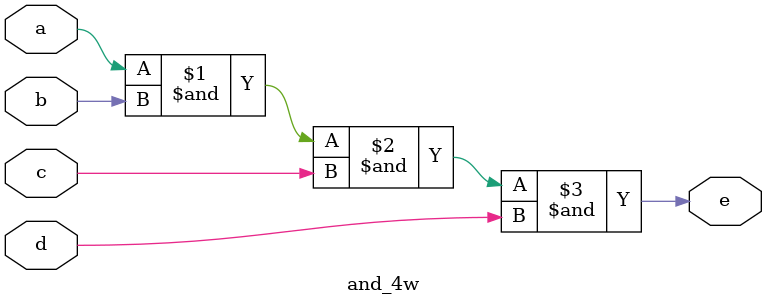
<source format=v>
module and_4w(input a, b, c, d, output e);
    assign e = (a & b & c & d);
endmodule
</source>
